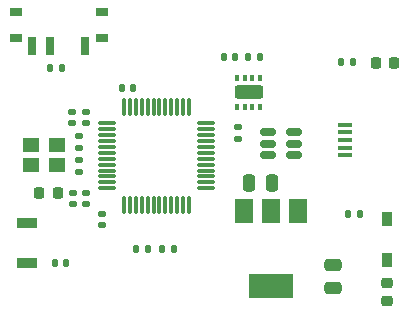
<source format=gbr>
%TF.GenerationSoftware,KiCad,Pcbnew,7.0.1*%
%TF.CreationDate,2024-04-05T01:09:51+05:30*%
%TF.ProjectId,stm32spi_new,73746d33-3273-4706-995f-6e65772e6b69,rev?*%
%TF.SameCoordinates,Original*%
%TF.FileFunction,Paste,Top*%
%TF.FilePolarity,Positive*%
%FSLAX46Y46*%
G04 Gerber Fmt 4.6, Leading zero omitted, Abs format (unit mm)*
G04 Created by KiCad (PCBNEW 7.0.1) date 2024-04-05 01:09:51*
%MOMM*%
%LPD*%
G01*
G04 APERTURE LIST*
G04 Aperture macros list*
%AMRoundRect*
0 Rectangle with rounded corners*
0 $1 Rounding radius*
0 $2 $3 $4 $5 $6 $7 $8 $9 X,Y pos of 4 corners*
0 Add a 4 corners polygon primitive as box body*
4,1,4,$2,$3,$4,$5,$6,$7,$8,$9,$2,$3,0*
0 Add four circle primitives for the rounded corners*
1,1,$1+$1,$2,$3*
1,1,$1+$1,$4,$5*
1,1,$1+$1,$6,$7*
1,1,$1+$1,$8,$9*
0 Add four rect primitives between the rounded corners*
20,1,$1+$1,$2,$3,$4,$5,0*
20,1,$1+$1,$4,$5,$6,$7,0*
20,1,$1+$1,$6,$7,$8,$9,0*
20,1,$1+$1,$8,$9,$2,$3,0*%
G04 Aperture macros list end*
%ADD10RoundRect,0.218750X0.218750X0.256250X-0.218750X0.256250X-0.218750X-0.256250X0.218750X-0.256250X0*%
%ADD11RoundRect,0.140000X0.170000X-0.140000X0.170000X0.140000X-0.170000X0.140000X-0.170000X-0.140000X0*%
%ADD12RoundRect,0.075000X-0.662500X-0.075000X0.662500X-0.075000X0.662500X0.075000X-0.662500X0.075000X0*%
%ADD13RoundRect,0.075000X-0.075000X-0.662500X0.075000X-0.662500X0.075000X0.662500X-0.075000X0.662500X0*%
%ADD14RoundRect,0.140000X-0.170000X0.140000X-0.170000X-0.140000X0.170000X-0.140000X0.170000X0.140000X0*%
%ADD15RoundRect,0.140000X-0.140000X-0.170000X0.140000X-0.170000X0.140000X0.170000X-0.140000X0.170000X0*%
%ADD16RoundRect,0.135000X-0.135000X-0.185000X0.135000X-0.185000X0.135000X0.185000X-0.135000X0.185000X0*%
%ADD17RoundRect,0.150000X0.512500X0.150000X-0.512500X0.150000X-0.512500X-0.150000X0.512500X-0.150000X0*%
%ADD18RoundRect,0.218750X-0.256250X0.218750X-0.256250X-0.218750X0.256250X-0.218750X0.256250X0.218750X0*%
%ADD19R,1.500000X2.000000*%
%ADD20R,3.800000X2.000000*%
%ADD21RoundRect,0.147500X-0.147500X-0.172500X0.147500X-0.172500X0.147500X0.172500X-0.147500X0.172500X0*%
%ADD22RoundRect,0.218750X-0.218750X-0.256250X0.218750X-0.256250X0.218750X0.256250X-0.218750X0.256250X0*%
%ADD23R,1.300000X0.450000*%
%ADD24R,0.700000X1.500000*%
%ADD25R,1.000000X0.800000*%
%ADD26R,1.700000X0.900000*%
%ADD27RoundRect,0.140000X0.140000X0.170000X-0.140000X0.170000X-0.140000X-0.170000X0.140000X-0.170000X0*%
%ADD28RoundRect,0.250000X0.475000X-0.250000X0.475000X0.250000X-0.475000X0.250000X-0.475000X-0.250000X0*%
%ADD29RoundRect,0.295000X0.925000X-0.295000X0.925000X0.295000X-0.925000X0.295000X-0.925000X-0.295000X0*%
%ADD30RoundRect,0.095250X0.095250X-0.184150X0.095250X0.184150X-0.095250X0.184150X-0.095250X-0.184150X0*%
%ADD31RoundRect,0.135000X0.135000X0.185000X-0.135000X0.185000X-0.135000X-0.185000X0.135000X-0.185000X0*%
%ADD32R,1.400000X1.200000*%
%ADD33RoundRect,0.250000X-0.250000X-0.475000X0.250000X-0.475000X0.250000X0.475000X-0.250000X0.475000X0*%
%ADD34RoundRect,0.135000X-0.185000X0.135000X-0.185000X-0.135000X0.185000X-0.135000X0.185000X0.135000X0*%
%ADD35R,0.838200X1.168400*%
G04 APERTURE END LIST*
D10*
%TO.C,FB1*%
X147967500Y-105600000D03*
X146392500Y-105600000D03*
%TD*%
D11*
%TO.C,C2*%
X149770000Y-101780000D03*
X149770000Y-100820000D03*
%TD*%
D12*
%TO.C,STM32F103C8T6*%
X152180000Y-99710000D03*
X152180000Y-100210000D03*
X152180000Y-100710000D03*
X152180000Y-101210000D03*
X152180000Y-101710000D03*
X152180000Y-102210000D03*
X152180000Y-102710000D03*
X152180000Y-103210000D03*
X152180000Y-103710000D03*
X152180000Y-104210000D03*
X152180000Y-104710000D03*
X152180000Y-105210000D03*
D13*
X153592500Y-106622500D03*
X154092500Y-106622500D03*
X154592500Y-106622500D03*
X155092500Y-106622500D03*
X155592500Y-106622500D03*
X156092500Y-106622500D03*
X156592500Y-106622500D03*
X157092500Y-106622500D03*
X157592500Y-106622500D03*
X158092500Y-106622500D03*
X158592500Y-106622500D03*
X159092500Y-106622500D03*
D12*
X160505000Y-105210000D03*
X160505000Y-104710000D03*
X160505000Y-104210000D03*
X160505000Y-103710000D03*
X160505000Y-103210000D03*
X160505000Y-102710000D03*
X160505000Y-102210000D03*
X160505000Y-101710000D03*
X160505000Y-101210000D03*
X160505000Y-100710000D03*
X160505000Y-100210000D03*
X160505000Y-99710000D03*
D13*
X159092500Y-98297500D03*
X158592500Y-98297500D03*
X158092500Y-98297500D03*
X157592500Y-98297500D03*
X157092500Y-98297500D03*
X156592500Y-98297500D03*
X156092500Y-98297500D03*
X155592500Y-98297500D03*
X155092500Y-98297500D03*
X154592500Y-98297500D03*
X154092500Y-98297500D03*
X153592500Y-98297500D03*
%TD*%
D14*
%TO.C,C6*%
X150340000Y-105590000D03*
X150340000Y-106550000D03*
%TD*%
D11*
%TO.C,C9*%
X150350000Y-99710000D03*
X150350000Y-98750000D03*
%TD*%
D15*
%TO.C,C8*%
X164120000Y-94070000D03*
X165080000Y-94070000D03*
%TD*%
D11*
%TO.C,C3*%
X149760000Y-102840000D03*
X149760000Y-103800000D03*
%TD*%
D16*
%TO.C,R1*%
X147320000Y-95030000D03*
X148340000Y-95030000D03*
%TD*%
D15*
%TO.C,C12*%
X154350000Y-96710000D03*
X153390000Y-96710000D03*
%TD*%
D11*
%TO.C,C13*%
X149177500Y-99720000D03*
X149177500Y-98760000D03*
%TD*%
D17*
%TO.C,U4*%
X168025000Y-102390000D03*
X168025000Y-101440000D03*
X168025000Y-100490000D03*
X165750000Y-100490000D03*
X165750000Y-101440000D03*
X165750000Y-102390000D03*
%TD*%
D18*
%TO.C,FB2*%
X175880000Y-114787500D03*
X175880000Y-113212500D03*
%TD*%
D19*
%TO.C,AMS1117*%
X163730000Y-107180000D03*
D20*
X166030000Y-113480000D03*
D19*
X166030000Y-107180000D03*
X168330000Y-107180000D03*
%TD*%
D21*
%TO.C,24V 250mA*%
X172575000Y-107370000D03*
X173545000Y-107370000D03*
%TD*%
D16*
%TO.C,R*%
X156770000Y-110370000D03*
X157790000Y-110370000D03*
%TD*%
D22*
%TO.C,D1*%
X174915000Y-94580000D03*
X176490000Y-94580000D03*
%TD*%
D23*
%TO.C,J1*%
X172270000Y-102420000D03*
X172270000Y-101770000D03*
X172270000Y-101120000D03*
X172270000Y-100470000D03*
X172270000Y-99820000D03*
%TD*%
D24*
%TO.C,BOOT*%
X145820000Y-93150000D03*
X147320000Y-93150000D03*
X150320000Y-93150000D03*
D25*
X144420000Y-90290000D03*
X144420000Y-92500000D03*
X151720000Y-90290000D03*
X151720000Y-92500000D03*
%TD*%
D14*
%TO.C,C7*%
X149260000Y-105600000D03*
X149260000Y-106560000D03*
%TD*%
D26*
%TO.C,SW1*%
X145370000Y-111560000D03*
X145370000Y-108160000D03*
%TD*%
D27*
%TO.C,C1*%
X148720000Y-111560000D03*
X147760000Y-111560000D03*
%TD*%
D28*
%TO.C,C5*%
X171250000Y-113630000D03*
X171250000Y-111730000D03*
%TD*%
D27*
%TO.C,C10*%
X162990000Y-94080000D03*
X162030000Y-94080000D03*
%TD*%
D29*
%TO.C,TC-72 Temparature sensor*%
X164140800Y-97102000D03*
D30*
X165131200Y-95881600D03*
X164470800Y-95881600D03*
X163810400Y-95881600D03*
X163150000Y-95881600D03*
X163150000Y-98320000D03*
X163810400Y-98320000D03*
X164470800Y-98320000D03*
X165131200Y-98320000D03*
%TD*%
D31*
%TO.C,R4*%
X155650000Y-110360000D03*
X154630000Y-110360000D03*
%TD*%
D32*
%TO.C,Crystal 16MHz*%
X147940000Y-103280000D03*
X145740000Y-103280000D03*
X145740000Y-101580000D03*
X147940000Y-101580000D03*
%TD*%
D31*
%TO.C,R3*%
X173000000Y-94550000D03*
X171980000Y-94550000D03*
%TD*%
D33*
%TO.C,C4*%
X164187500Y-104730000D03*
X166087500Y-104730000D03*
%TD*%
D14*
%TO.C,C11*%
X151760000Y-107400000D03*
X151760000Y-108360000D03*
%TD*%
D34*
%TO.C,R2*%
X163250000Y-100000000D03*
X163250000Y-101020000D03*
%TD*%
D35*
%TO.C,CR2*%
X175880000Y-111253600D03*
X175880000Y-107850000D03*
%TD*%
M02*

</source>
